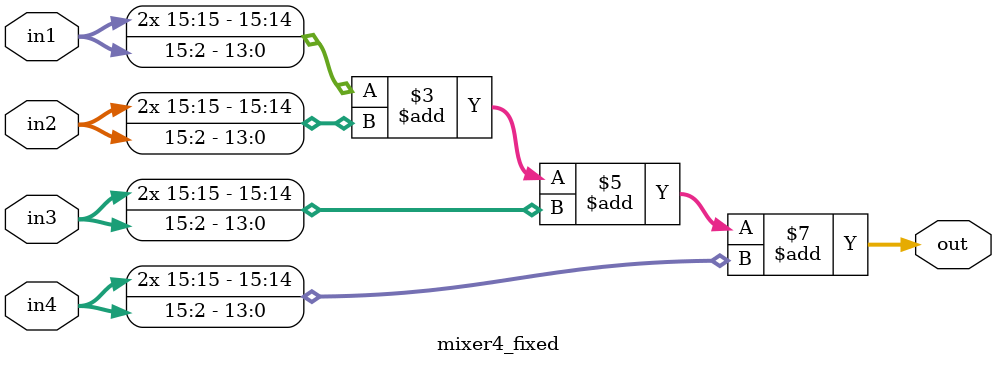
<source format=v>
module mixer4_fixed #(
	parameter BITSIZE = 16,
)(	
    input wire signed [BITSIZE-1:0] in1,
    input wire signed [BITSIZE-1:0] in2,
    input wire signed [BITSIZE-1:0] in3,
    input wire signed [BITSIZE-1:0] in4,
	output reg signed [BITSIZE-1:0] out,
);

assign out = (in1 >>> 2) + (in2 >>> 2) + (in3 >>> 2) + (in4 >>> 2);

endmodule
</source>
